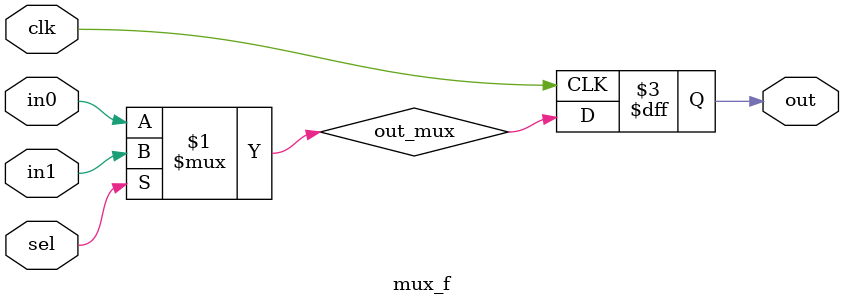
<source format=v>
module shift_register
#(
	parameter N = 8
)
(
	input			clk,
	input			load,
	input			Sin,
	input	[N-1:0]	D,
	output	[N-1:0]	Q,
	output			Sout
);

	mux_f 
	u_mux_f_0(
		.clk	(clk		),
		.in0	(Sin		),
		.in1	(D[0]		),
		.sel	(load		),
		.out	(Q[0]		)
	);

	mux_f
	u_mux_f_1(
		.clk	(clk		),
		.in0	(Q[0]		),
		.in1	(D[1]		),
		.sel	(load		),
		.out	(Q[1]		)
	);

	mux_f
	u_mux_f_2(
		.clk	(clk		),
		.in0	(Q[1]		),
		.in1	(D[2]		),
		.sel	(load		),
		.out	(Q[2]		)
	);

	mux_f
	u_mux_f_3(
		.clk	(clk		),
		.in0	(Q[2]		),
		.in1	(D[3]		),
		.sel	(load		),
		.out	(Q[3]		)
	);

	mux_f
	u_mux_f_4(
		.clk	(clk		),
		.in0	(Q[3]		),
		.in1	(D[4]		),
		.sel	(load		),
		.out	(Q[4]		)
	);

	mux_f
	u_mux_f_5(
		.clk	(clk		),
		.in0	(Q[4]		),
		.in1	(D[5]		),
		.sel	(load		),
		.out	(Q[5]		)
	);

	mux_f
	u_mux_f_6(
		.clk	(clk		),
		.in0	(Q[5]		),
		.in1	(D[6]		),
		.sel	(load		),
		.out	(Q[6]		)
	);

	mux_f
	u_mux_f_7(
		.clk	(clk		),
		.in0	(Q[6]		),
		.in1	(D[7]		),
		.sel	(load		),
		.out	(Q[7]		)
	);

	assign Sout = Q[7];

endmodule

//---------------------------------------------------
//mux_f
//---------------------------------------------------
module mux_f (
	input		in0,
	input		in1,
	input		sel,
	input		clk,
	output reg	out
);

	wire		out_mux;

	assign out_mux = (sel) ? in1 : in0;

	always@ (posedge clk) out = out_mux;

endmodule
			







</source>
